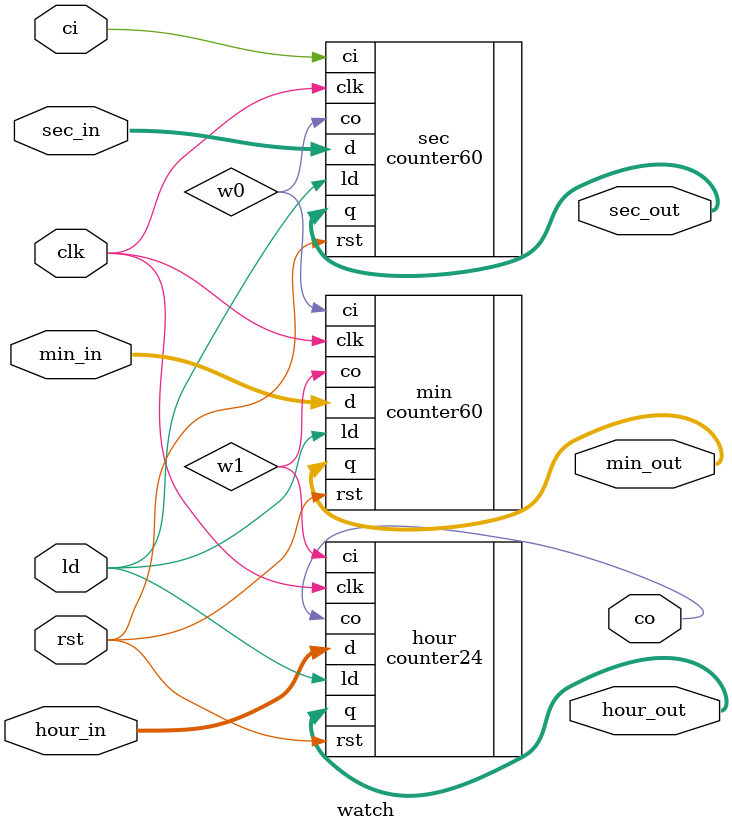
<source format=v>
`timescale 1ns/1ns

module watch(clk, rst, ld, hour_in, min_in, sec_in, 
	ci, co, hour_out, min_out, sec_out);
	
	input        clk, rst, ld;
	input        ci;
	input  [4:0] hour_in;
	input  [5:0] min_in, sec_in;
	output [4:0] hour_out;
	output [5:0] min_out, sec_out;
	output       co;
	
	wire w0, w1;

	counter24 hour(.clk(clk), .rst(rst), .ld(ld), .d(hour_in), 
		.ci(w1), .co(co), .q(hour_out));
	counter60 min(.clk(clk), .rst(rst), .ld(ld), .d(min_in), 
		.ci(w0), .co(w1), .q(min_out));
	counter60 sec(.clk(clk), .rst(rst), .ld(ld), .d(sec_in), 
		.ci(ci), .co(w0), .q(sec_out));
endmodule

</source>
